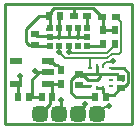
<source format=gtl>
G04*
G04 #@! TF.GenerationSoftware,Altium Limited,Altium Designer,22.11.1 (43)*
G04*
G04 Layer_Physical_Order=1*
G04 Layer_Color=255*
%FSLAX25Y25*%
%MOIN*%
G70*
G04*
G04 #@! TF.SameCoordinates,968F8FA3-88DA-4AFC-830A-3CF0B6850B21*
G04*
G04*
G04 #@! TF.FilePolarity,Positive*
G04*
G01*
G75*
%ADD16C,0.01000*%
G04:AMPARAMS|DCode=26|XSize=51.18mil|YSize=51.18mil|CornerRadius=12.8mil|HoleSize=0mil|Usage=FLASHONLY|Rotation=0.000|XOffset=0mil|YOffset=0mil|HoleType=Round|Shape=RoundedRectangle|*
%AMROUNDEDRECTD26*
21,1,0.05118,0.02559,0,0,0.0*
21,1,0.02559,0.05118,0,0,0.0*
1,1,0.02559,0.01280,-0.01280*
1,1,0.02559,-0.01280,-0.01280*
1,1,0.02559,-0.01280,0.01280*
1,1,0.02559,0.01280,0.01280*
%
%ADD26ROUNDEDRECTD26*%
%ADD27R,0.01772X0.00984*%
%ADD28R,0.00984X0.01772*%
%ADD29R,0.02520X0.02362*%
%ADD30R,0.02362X0.02520*%
%ADD31R,0.02362X0.02953*%
%ADD32R,0.03937X0.02165*%
%ADD33R,0.02953X0.02362*%
%ADD34R,0.00394X0.00394*%
%ADD35R,0.01968X0.01968*%
%ADD36C,0.00500*%
%ADD37C,0.01968*%
G36*
X-5315Y1378D02*
X-7598D01*
Y2362D01*
X-7283D01*
Y3347D01*
X-5315D01*
Y1378D01*
D02*
G37*
D16*
X5512Y-23400D02*
Y-23138D01*
X3150Y-26378D02*
Y-25762D01*
X5512Y-23400D01*
X-2547Y-21839D02*
X-2362Y-21654D01*
X-2547Y-25776D02*
Y-21839D01*
X-3150Y-26378D02*
X-2547Y-25776D01*
X-6035Y-21547D02*
X-5354Y-20866D01*
X-9449Y-26378D02*
X-6035Y-22964D01*
Y-21547D01*
X11681Y-20185D02*
X12362Y-20866D01*
Y-20787D01*
X13043Y-20106D01*
X15012D01*
X-17276Y-16339D02*
X-16724D01*
X-16142Y-15756D02*
Y-13780D01*
X-16724Y-16339D02*
X-16142Y-15756D01*
X-12205Y-20866D02*
Y-14961D01*
X-9843Y-12598D01*
X-11024Y-12205D02*
X-10838Y-12390D01*
X-10051D02*
X-9843Y-12598D01*
X-10838Y-12390D02*
X-10051D01*
X18395Y-11220D02*
X19870Y-12695D01*
Y-16124D02*
Y-12695D01*
X18801Y-17193D02*
X19870Y-16124D01*
X-4707Y8846D02*
X1713D01*
Y6339D02*
Y8846D01*
X-5776Y7777D02*
X-4707Y8846D01*
X14173Y-11220D02*
X18395D01*
X18004Y-17193D02*
X18801D01*
X14173Y-11220D02*
X14181Y-11228D01*
X6496Y-15157D02*
X9646D01*
Y-12992D02*
Y-10531D01*
X2362Y-20866D02*
X8898D01*
X787Y-19291D02*
X2362Y-20866D01*
X787Y-15187D02*
X2065Y-13909D01*
X2862D01*
X787Y-19291D02*
Y-15187D01*
X4224Y-13909D02*
X5248D01*
X3543Y-13228D02*
X3583Y-13189D01*
X7087D01*
X5248Y-13909D02*
X6496Y-15157D01*
X2862Y-13909D02*
X3543Y-13228D01*
X4224Y-13909D01*
X11614Y-19521D02*
X11681Y-19587D01*
Y-20185D02*
Y-19587D01*
X7079Y-17118D02*
X7087Y-17126D01*
X3543Y-16693D02*
X3968Y-17118D01*
X7079D01*
X7087Y-13189D02*
X9449D01*
X10630Y-14173D02*
Y-13189D01*
X9646Y-17815D02*
X11614D01*
X9646Y-15157D02*
X10630Y-14173D01*
Y-13189D02*
X14173D01*
X9449D02*
X10630D01*
X9449D02*
X9646Y-12992D01*
X14173Y-13189D02*
X14181Y-13197D01*
X11614Y-19521D02*
Y-17815D01*
X17244Y-17874D02*
X17323D01*
X18004Y-17193D01*
X17323Y-14409D02*
X18004Y-15090D01*
X17244Y-14409D02*
X17323D01*
Y-17874D02*
X17354Y-17906D01*
X15012Y-20106D02*
X17244Y-17874D01*
X16032Y-13197D02*
X17244Y-14409D01*
X14181Y-13197D02*
X16032D01*
X1713Y8846D02*
X8132D01*
X1673Y6299D02*
X1713Y6339D01*
X8132Y8846D02*
X11417Y5561D01*
X-6890Y-8858D02*
X-6307Y-9441D01*
X-5175D01*
X-4504Y-10112D01*
X-5512Y-16831D02*
X-5354Y-16988D01*
X-17276Y-16339D02*
X-16693Y-16921D01*
X-9843Y-12598D02*
X-6890D01*
X-5512Y-16831D02*
Y-16339D01*
X-5354Y-20866D02*
Y-16988D01*
X-6890Y-16339D02*
X-5512D01*
X-12205Y-20866D02*
X-8819D01*
X-17520Y-16339D02*
X-17276D01*
X-13228Y-20866D02*
X-12205D01*
X-16693D02*
Y-16921D01*
X-5512Y-16339D02*
X-2461D01*
X-2362Y-16437D01*
X-3043Y-11228D02*
X-2362Y-11909D01*
X-3043Y-11228D02*
Y-10698D01*
X-3629Y-10112D02*
X-3043Y-10698D01*
X-4504Y-10112D02*
X-3629D01*
X-13228Y-3307D02*
X-11024D01*
X-14173Y-2362D02*
Y1969D01*
X-10709Y-3622D02*
X-6614D01*
X-14173Y-2362D02*
X-13228Y-3307D01*
X-11024D02*
X-10709Y-3622D01*
X11417Y1476D02*
X15354D01*
X-14173Y1969D02*
X-9843Y6299D01*
X-6457D01*
X11417Y1476D02*
Y5561D01*
X6299Y-3937D02*
X10736D01*
X11417Y-3256D01*
Y-3051D01*
X0Y-5906D02*
Y-3937D01*
X-11024Y158D02*
X-10472Y-394D01*
X-6693D02*
X-6299Y-787D01*
X-10472Y-394D02*
X-6693D01*
X-6299Y-787D02*
X-3150D01*
X-6614Y-3622D02*
X-6299Y-3937D01*
X-6457Y6299D02*
X-5776Y6980D01*
Y7777D01*
X6250Y2411D02*
Y6250D01*
Y2411D02*
X6299Y2362D01*
X6201Y6299D02*
X6250Y6250D01*
X0Y-787D02*
Y2362D01*
X3150Y-787D02*
Y2362D01*
X0Y-787D02*
X3150D01*
X6299D01*
X-3150D02*
X0D01*
X-3071Y6221D02*
X-2992Y6299D01*
X-6457D02*
X-6299Y6142D01*
Y2362D02*
Y6142D01*
X-3071Y2441D02*
Y6221D01*
X-3150Y-787D02*
Y2362D01*
X-3150Y2362D02*
X-3071Y2441D01*
X-3150Y2362D02*
X-3150Y2362D01*
X-21260Y10236D02*
X21260D01*
X-21260Y-29921D02*
Y10236D01*
X21260Y-29921D02*
Y10236D01*
X-21260Y-29921D02*
X21260D01*
D26*
X-9449Y-26378D02*
D03*
X9449D02*
D03*
X3150D02*
D03*
X-3150D02*
D03*
D27*
X7087Y-11220D02*
D03*
Y-13189D02*
D03*
Y-15157D02*
D03*
Y-17126D02*
D03*
X14173D02*
D03*
Y-15157D02*
D03*
Y-13189D02*
D03*
Y-11220D02*
D03*
D28*
X9646Y-17815D02*
D03*
X11614D02*
D03*
Y-10531D02*
D03*
X9646D02*
D03*
D29*
X3543Y-13228D02*
D03*
Y-16693D02*
D03*
X17323Y-14409D02*
D03*
Y-17874D02*
D03*
X-11024Y-3307D02*
D03*
Y158D02*
D03*
D30*
X8898Y-20866D02*
D03*
X12362D02*
D03*
X-8819Y-20866D02*
D03*
X-5354D02*
D03*
X-13228D02*
D03*
X-16693D02*
D03*
X-6457Y6299D02*
D03*
X-2992D02*
D03*
D31*
X-2362Y-16437D02*
D03*
Y-11909D02*
D03*
X11417Y1476D02*
D03*
Y-3051D02*
D03*
X15354Y1476D02*
D03*
Y-3051D02*
D03*
D32*
X-17520Y-16339D02*
D03*
Y-8858D02*
D03*
X-6890D02*
D03*
Y-12598D02*
D03*
Y-16339D02*
D03*
D33*
X1673Y6299D02*
D03*
X6201D02*
D03*
X11122Y5906D02*
D03*
X15650D02*
D03*
D34*
X-6299Y2362D02*
D03*
D35*
X-3150D02*
D03*
X0D02*
D03*
X3150D02*
D03*
X6299D02*
D03*
Y-787D02*
D03*
Y-3937D02*
D03*
X3150D02*
D03*
X0D02*
D03*
X-3150D02*
D03*
X-6299D02*
D03*
Y-787D02*
D03*
D36*
X12205Y-24179D02*
X13105D01*
X9449Y-26378D02*
X10006D01*
X12205Y-24179D01*
X13105D02*
X13386Y-23898D01*
X-3150Y-5906D02*
X-1128Y-7927D01*
X7087D01*
X14424Y-6442D02*
X16786D01*
X17573Y-5655D01*
Y4278D01*
X15945Y5906D02*
X17573Y4278D01*
X15650Y5906D02*
X15945D01*
X11614Y-10138D02*
X12537Y-9215D01*
X14511D01*
X14776Y-8949D01*
X7087Y-7927D02*
X12939D01*
X14424Y-6442D01*
X7087Y-11220D02*
Y-7927D01*
X11614Y-10531D02*
Y-10138D01*
X15354Y-3347D02*
Y-3051D01*
X53Y-5959D02*
X12742D01*
X15354Y-3347D01*
X0Y-5906D02*
X53Y-5959D01*
D37*
X13386Y-23898D02*
D03*
X5512Y-23138D02*
D03*
X-2362Y-21654D02*
D03*
X12362Y-20866D02*
D03*
X15354Y1575D02*
D03*
X-16142Y-13780D02*
D03*
X-8819Y-20866D02*
D03*
X-13228D02*
D03*
X-11024Y-12205D02*
D03*
X14776Y-8949D02*
D03*
X17323Y-17874D02*
D03*
Y-14409D02*
D03*
X3543Y-13228D02*
D03*
X15354Y-3150D02*
D03*
X-11024Y-3307D02*
D03*
X-6457Y6299D02*
D03*
X1673D02*
D03*
X11417Y1476D02*
D03*
X-11024Y158D02*
D03*
X0Y-5906D02*
D03*
X-3150D02*
D03*
X-2992Y6299D02*
D03*
X3150Y-787D02*
D03*
X-3150D02*
D03*
M02*

</source>
